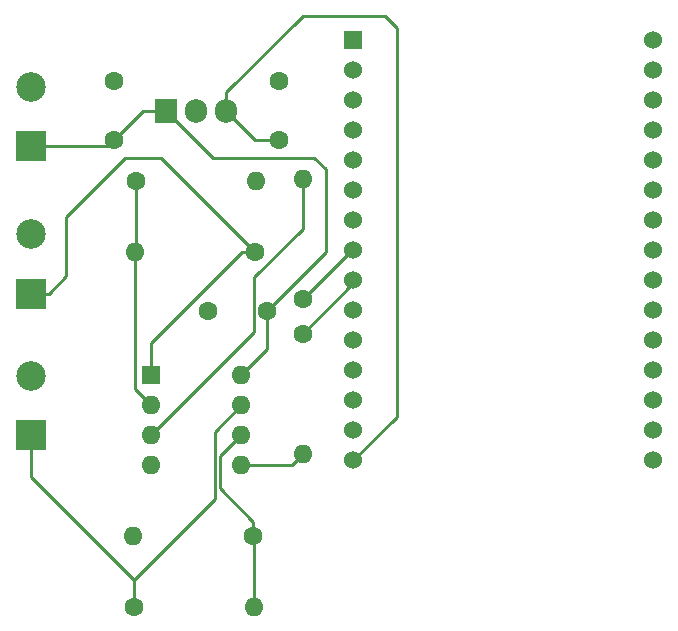
<source format=gbr>
%TF.GenerationSoftware,KiCad,Pcbnew,7.0.0*%
%TF.CreationDate,2023-02-24T19:45:49+01:00*%
%TF.ProjectId,afzuiging-pcb,61667a75-6967-4696-9e67-2d7063622e6b,0*%
%TF.SameCoordinates,Original*%
%TF.FileFunction,Copper,L1,Top*%
%TF.FilePolarity,Positive*%
%FSLAX46Y46*%
G04 Gerber Fmt 4.6, Leading zero omitted, Abs format (unit mm)*
G04 Created by KiCad (PCBNEW 7.0.0) date 2023-02-24 19:45:49*
%MOMM*%
%LPD*%
G01*
G04 APERTURE LIST*
%TA.AperFunction,ComponentPad*%
%ADD10C,1.600000*%
%TD*%
%TA.AperFunction,ComponentPad*%
%ADD11O,1.600000X1.600000*%
%TD*%
%TA.AperFunction,ComponentPad*%
%ADD12C,2.500000*%
%TD*%
%TA.AperFunction,ComponentPad*%
%ADD13R,2.500000X2.500000*%
%TD*%
%TA.AperFunction,ComponentPad*%
%ADD14R,1.600000X1.600000*%
%TD*%
%TA.AperFunction,ComponentPad*%
%ADD15R,1.524000X1.524000*%
%TD*%
%TA.AperFunction,ComponentPad*%
%ADD16C,1.524000*%
%TD*%
%TA.AperFunction,ComponentPad*%
%ADD17R,1.905000X2.000000*%
%TD*%
%TA.AperFunction,ComponentPad*%
%ADD18O,1.905000X2.000000*%
%TD*%
%TA.AperFunction,Conductor*%
%ADD19C,0.250000*%
%TD*%
G04 APERTURE END LIST*
D10*
%TO.P,C1,1*%
%TO.N,+15V*%
X51000000Y-59000000D03*
%TO.P,C1,2*%
%TO.N,GND*%
X46000000Y-59000000D03*
%TD*%
%TO.P,R6,1*%
%TO.N,Net-(U2-IO26)*%
X54000000Y-60920000D03*
D11*
%TO.P,R6,2*%
%TO.N,Net-(U4B-+)*%
X53999999Y-71079999D03*
%TD*%
D12*
%TO.P,J1,2,Pin_2*%
%TO.N,GND*%
X31000000Y-40000000D03*
D13*
%TO.P,J1,1,Pin_1*%
%TO.N,+15V*%
X30999999Y-44999999D03*
%TD*%
D10*
%TO.P,R3,1*%
%TO.N,Net-(U2-IO25)*%
X54000000Y-58000000D03*
D11*
%TO.P,R3,2*%
%TO.N,Net-(U4A-+)*%
X53999999Y-47839999D03*
%TD*%
D13*
%TO.P,J3,1,Pin_1*%
%TO.N,Net-(J3-Pin_1)*%
X30999999Y-69499999D03*
D12*
%TO.P,J3,2,Pin_2*%
%TO.N,GND*%
X31000000Y-64500000D03*
%TD*%
D10*
%TO.P,R4,1*%
%TO.N,Net-(U4B--)*%
X49820000Y-78000000D03*
D11*
%TO.P,R4,2*%
%TO.N,GND*%
X39659999Y-77999999D03*
%TD*%
D10*
%TO.P,R1,1*%
%TO.N,Net-(U4A--)*%
X39920000Y-48000000D03*
D11*
%TO.P,R1,2*%
%TO.N,GND*%
X50079999Y-47999999D03*
%TD*%
D14*
%TO.P,U4,1*%
%TO.N,Net-(J2-Pin_1)*%
X41199999Y-64379999D03*
D11*
%TO.P,U4,2,-*%
%TO.N,Net-(U4A--)*%
X41199999Y-66919999D03*
%TO.P,U4,3,+*%
%TO.N,Net-(U4A-+)*%
X41199999Y-69459999D03*
%TO.P,U4,4,V-*%
%TO.N,GND*%
X41199999Y-71999999D03*
%TO.P,U4,5,+*%
%TO.N,Net-(U4B-+)*%
X48819999Y-71999999D03*
%TO.P,U4,6,-*%
%TO.N,Net-(U4B--)*%
X48819999Y-69459999D03*
%TO.P,U4,7*%
%TO.N,Net-(J3-Pin_1)*%
X48819999Y-66919999D03*
%TO.P,U4,8,V+*%
%TO.N,+15V*%
X48819999Y-64379999D03*
%TD*%
D10*
%TO.P,C2,1*%
%TO.N,+15V*%
X38000000Y-44500000D03*
%TO.P,C2,2*%
%TO.N,GND*%
X38000000Y-39500000D03*
%TD*%
D13*
%TO.P,J2,1,Pin_1*%
%TO.N,Net-(J2-Pin_1)*%
X30999999Y-57499999D03*
D12*
%TO.P,J2,2,Pin_2*%
%TO.N,GND*%
X31000000Y-52500000D03*
%TD*%
D15*
%TO.P,U2,1,EN*%
%TO.N,unconnected-(U2-EN-Pad1)*%
X58299999Y-36059999D03*
D16*
%TO.P,U2,2,SENSOR_VP*%
%TO.N,unconnected-(U2-SENSOR_VP-Pad2)*%
X58300000Y-38600000D03*
%TO.P,U2,3,SENSOR_VN*%
%TO.N,unconnected-(U2-SENSOR_VN-Pad3)*%
X58300000Y-41140000D03*
%TO.P,U2,4,IO34*%
%TO.N,unconnected-(U2-IO34-Pad4)*%
X58300000Y-43680000D03*
%TO.P,U2,5,IO35*%
%TO.N,unconnected-(U2-IO35-Pad5)*%
X58300000Y-46220000D03*
%TO.P,U2,6,IO32*%
%TO.N,unconnected-(U2-IO32-Pad6)*%
X58300000Y-48760000D03*
%TO.P,U2,7,IO33*%
%TO.N,unconnected-(U2-IO33-Pad7)*%
X58300000Y-51300000D03*
%TO.P,U2,8,IO25*%
%TO.N,Net-(U2-IO25)*%
X58300000Y-53840000D03*
%TO.P,U2,9,IO26*%
%TO.N,Net-(U2-IO26)*%
X58300000Y-56380000D03*
%TO.P,U2,10,IO27*%
%TO.N,unconnected-(U2-IO27-Pad10)*%
X58300000Y-58920000D03*
%TO.P,U2,11,IO14*%
%TO.N,unconnected-(U2-IO14-Pad11)*%
X58300000Y-61460000D03*
%TO.P,U2,12,IO12*%
%TO.N,unconnected-(U2-IO12-Pad12)*%
X58300000Y-64000000D03*
%TO.P,U2,13,IO13*%
%TO.N,unconnected-(U2-IO13-Pad13)*%
X58300000Y-66540000D03*
%TO.P,U2,14,GND*%
%TO.N,GND*%
X58300000Y-69080000D03*
%TO.P,U2,15,VIN*%
%TO.N,+5V*%
X58300000Y-71620000D03*
%TO.P,U2,16,3V3*%
%TO.N,unconnected-(U2-3V3-Pad16)*%
X83700000Y-71620000D03*
%TO.P,U2,17,GND*%
%TO.N,GND*%
X83700000Y-69080000D03*
%TO.P,U2,18,IO15*%
%TO.N,unconnected-(U2-IO15-Pad18)*%
X83700000Y-66540000D03*
%TO.P,U2,19,IO2*%
%TO.N,unconnected-(U2-IO2-Pad19)*%
X83700000Y-64000000D03*
%TO.P,U2,20,IO4*%
%TO.N,unconnected-(U2-IO4-Pad20)*%
X83700000Y-61460000D03*
%TO.P,U2,21,IO16*%
%TO.N,unconnected-(U2-IO16-Pad21)*%
X83700000Y-58920000D03*
%TO.P,U2,22,IO17*%
%TO.N,unconnected-(U2-IO17-Pad22)*%
X83700000Y-56380000D03*
%TO.P,U2,23,IO5*%
%TO.N,unconnected-(U2-IO5-Pad23)*%
X83700000Y-53840000D03*
%TO.P,U2,24,IO18*%
%TO.N,unconnected-(U2-IO18-Pad24)*%
X83700000Y-51300000D03*
%TO.P,U2,25,IO19*%
%TO.N,unconnected-(U2-IO19-Pad25)*%
X83700000Y-48760000D03*
%TO.P,U2,26,IO21*%
%TO.N,unconnected-(U2-IO21-Pad26)*%
X83700000Y-46220000D03*
%TO.P,U2,27,RXD0/IO3*%
%TO.N,unconnected-(U2-RXD0{slash}IO3-Pad27)*%
X83700000Y-43680000D03*
%TO.P,U2,28,TXD0/IO1*%
%TO.N,unconnected-(U2-TXD0{slash}IO1-Pad28)*%
X83700000Y-41140000D03*
%TO.P,U2,29,IO22*%
%TO.N,unconnected-(U2-IO22-Pad29)*%
X83700000Y-38600000D03*
%TO.P,U2,30,IO23*%
%TO.N,unconnected-(U2-IO23-Pad30)*%
X83700000Y-36060000D03*
%TD*%
D10*
%TO.P,R2,1*%
%TO.N,Net-(J2-Pin_1)*%
X50000000Y-54000000D03*
D11*
%TO.P,R2,2*%
%TO.N,Net-(U4A--)*%
X39839999Y-53999999D03*
%TD*%
D10*
%TO.P,C3,2*%
%TO.N,GND*%
X52000000Y-39500000D03*
%TO.P,C3,1*%
%TO.N,+5V*%
X52000000Y-44500000D03*
%TD*%
D17*
%TO.P,U3,1,IN*%
%TO.N,+15V*%
X42459999Y-42049999D03*
D18*
%TO.P,U3,2,GND*%
%TO.N,GND*%
X44999999Y-42049999D03*
%TO.P,U3,3,OUT*%
%TO.N,+5V*%
X47539999Y-42049999D03*
%TD*%
D10*
%TO.P,R5,1*%
%TO.N,Net-(J3-Pin_1)*%
X39740000Y-84000000D03*
D11*
%TO.P,R5,2*%
%TO.N,Net-(U4B--)*%
X49899999Y-83999999D03*
%TD*%
D19*
%TO.N,Net-(J2-Pin_1)*%
X50000000Y-54000000D02*
X48868630Y-54000000D01*
X48868630Y-54000000D02*
X41200000Y-61668630D01*
X41200000Y-61668630D02*
X41200000Y-64380000D01*
X42000000Y-46000000D02*
X39000000Y-46000000D01*
X42000000Y-46000000D02*
X50000000Y-54000000D01*
X39000000Y-46000000D02*
X34000000Y-51000000D01*
X34000000Y-51000000D02*
X34000000Y-56000000D01*
X34000000Y-56000000D02*
X32500000Y-57500000D01*
X32500000Y-57500000D02*
X31000000Y-57500000D01*
%TO.N,Net-(U4A--)*%
X39920000Y-48000000D02*
X39920000Y-53920000D01*
X39920000Y-53920000D02*
X39840000Y-54000000D01*
X41200000Y-66920000D02*
X39840000Y-65560000D01*
X39840000Y-65560000D02*
X39840000Y-54000000D01*
%TO.N,+15V*%
X56000000Y-47000000D02*
X55000000Y-46000000D01*
X55000000Y-46000000D02*
X46410000Y-46000000D01*
X51000000Y-59000000D02*
X56000000Y-54000000D01*
X56000000Y-54000000D02*
X56000000Y-47000000D01*
X46410000Y-46000000D02*
X42460000Y-42050000D01*
%TO.N,Net-(U4A-+)*%
X41200000Y-69460000D02*
X49875000Y-60785000D01*
X49875000Y-60785000D02*
X49875000Y-56125000D01*
X49875000Y-56125000D02*
X54000000Y-52000000D01*
X54000000Y-52000000D02*
X54000000Y-47840000D01*
%TO.N,+15V*%
X42460000Y-42050000D02*
X40450000Y-42050000D01*
X40450000Y-42050000D02*
X38000000Y-44500000D01*
X31000000Y-45000000D02*
X37500000Y-45000000D01*
X37500000Y-45000000D02*
X38000000Y-44500000D01*
X51000000Y-59000000D02*
X51000000Y-62200000D01*
X51000000Y-62200000D02*
X48820000Y-64380000D01*
%TO.N,+5V*%
X61000000Y-34000000D02*
X62000000Y-35000000D01*
X62000000Y-35000000D02*
X62000000Y-67920000D01*
X62000000Y-67920000D02*
X58300000Y-71620000D01*
X52000000Y-44500000D02*
X49990000Y-44500000D01*
X49990000Y-44500000D02*
X47540000Y-42050000D01*
X61000000Y-34000000D02*
X54000000Y-34000000D01*
X54000000Y-34000000D02*
X47540000Y-40460000D01*
X47540000Y-40460000D02*
X47540000Y-42050000D01*
%TO.N,Net-(U2-IO25)*%
X54000000Y-58000000D02*
X58160000Y-53840000D01*
X58160000Y-53840000D02*
X58300000Y-53840000D01*
%TO.N,Net-(U2-IO26)*%
X54000000Y-60920000D02*
X58300000Y-56620000D01*
X58300000Y-56620000D02*
X58300000Y-56380000D01*
%TO.N,Net-(J3-Pin_1)*%
X39740000Y-81740000D02*
X46550000Y-74930000D01*
X46550000Y-74930000D02*
X46550000Y-69190000D01*
X46550000Y-69190000D02*
X48820000Y-66920000D01*
%TO.N,Net-(U4B-+)*%
X48820000Y-72000000D02*
X53080000Y-72000000D01*
X53080000Y-72000000D02*
X54000000Y-71080000D01*
%TO.N,Net-(U4B--)*%
X49820000Y-76820000D02*
X47000000Y-74000000D01*
X49820000Y-78000000D02*
X49820000Y-76820000D01*
X47000000Y-74000000D02*
X47000000Y-71280000D01*
X47000000Y-71280000D02*
X48820000Y-69460000D01*
%TO.N,Net-(J3-Pin_1)*%
X39740000Y-81740000D02*
X31000000Y-73000000D01*
X39740000Y-84000000D02*
X39740000Y-81740000D01*
X31000000Y-73000000D02*
X31000000Y-69500000D01*
%TO.N,Net-(U4B--)*%
X49900000Y-84000000D02*
X49900000Y-78080000D01*
X49900000Y-78080000D02*
X49820000Y-78000000D01*
%TD*%
M02*

</source>
